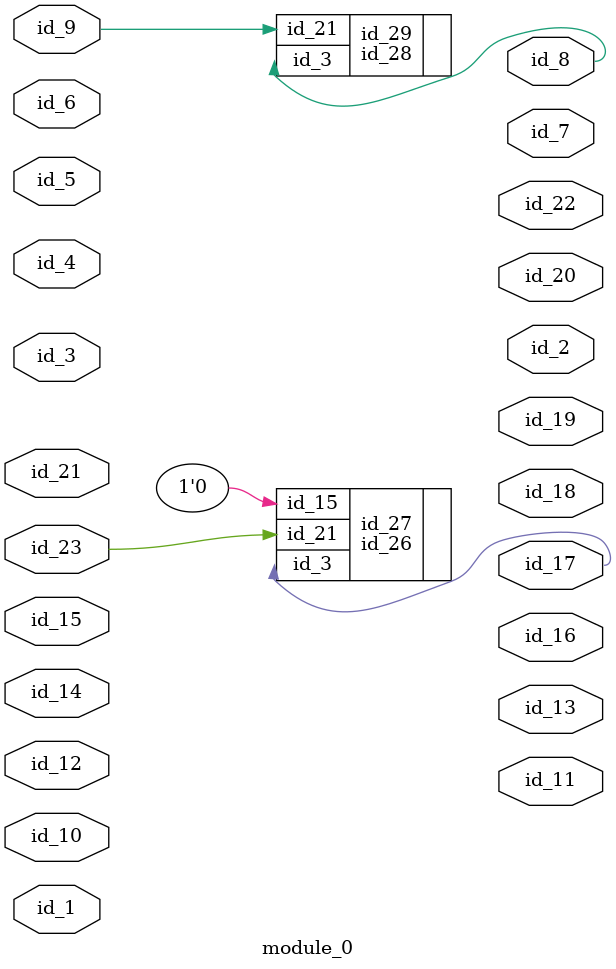
<source format=v>
`define pp_1 0
module module_0 (
    id_1,
    id_2,
    id_3,
    id_4,
    id_5,
    id_6,
    id_7,
    id_8,
    id_9,
    id_10,
    id_11,
    id_12,
    id_13,
    id_14,
    id_15,
    id_16,
    id_17,
    id_18,
    id_19,
    id_20,
    id_21,
    id_22,
    id_23
);
  input id_23;
  output id_22;
  input id_21;
  output id_20;
  output id_19;
  output id_18;
  output id_17;
  output id_16;
  input id_15;
  input id_14;
  output id_13;
  input id_12;
  output id_11;
  input id_10;
  input id_9;
  output id_8;
  output id_7;
  input id_6;
  input id_5;
  input id_4;
  input id_3;
  output id_2;
  input id_1;
  id_24 id_25 (
      .id_3 (1),
      .id_10(id_22[id_10]),
      .id_5 (id_5)
  );
  id_26 id_27 (
      .id_15(1'b0),
      .id_21(id_23),
      .id_3 (id_17)
  );
  id_28 id_29 (
      .id_21(id_9),
      .id_3 (id_8)
  );
endmodule

</source>
